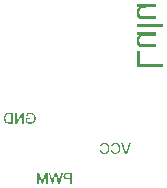
<source format=gbo>
%FSLAX33Y33*%
%MOMM*%
%LNbottom silkscreen_traces*%
%LNtext*%
G36*
G01*
X4342Y-0800D02*
X4694Y0109D01*
X4564Y0109D01*
X4328Y-0551D01*
X4314Y-0590D01*
X4302Y-0628D01*
X4290Y-0665D01*
X4280Y-0700D01*
X4269Y-0663D01*
X4257Y-0626D01*
X4245Y-0589D01*
X4231Y-0551D01*
X3986Y0109D01*
X3863Y0109D01*
X4219Y-0800D01*
X4342Y-0800D01*
X4342Y-0800D01*
X3106Y-0481D02*
X2986Y-0512D01*
X3009Y-0581D01*
X3039Y-0642D01*
X3077Y-0694D01*
X3122Y-0738D01*
X3174Y-0772D01*
X3231Y-0796D01*
X3294Y-0811D01*
X3362Y-0816D01*
X3432Y-0812D01*
X3496Y-0801D01*
X3552Y-0782D01*
X3601Y-0756D01*
X3645Y-0722D01*
X3683Y-0682D01*
X3715Y-0636D01*
X3742Y-0582D01*
X3763Y-0525D01*
X3778Y-0465D01*
X3787Y-0403D01*
X3790Y-0339D01*
X3786Y-0270D01*
X3776Y-0206D01*
X3759Y-0146D01*
X3735Y-0091D01*
X3705Y-0041D01*
X3670Y0002D01*
X3628Y0039D01*
X3581Y0070D01*
X3530Y0094D01*
X3476Y0111D01*
X3419Y0121D01*
X3361Y0125D01*
X3295Y0120D01*
X3235Y0107D01*
X3180Y0086D01*
X3131Y0055D01*
X3088Y0017D01*
X3052Y-0028D01*
X3023Y-0081D01*
X3001Y-0140D01*
X3120Y-0168D01*
X3138Y-0122D01*
X3159Y-0082D01*
X3183Y-0050D01*
X3212Y-0024D01*
X3244Y-0004D01*
X3280Y0010D01*
X3319Y0019D01*
X3363Y0022D01*
X3413Y0019D01*
X3459Y0009D01*
X3501Y-0007D01*
X3538Y-0029D01*
X3571Y-0056D01*
X3598Y-0087D01*
X3620Y-0123D01*
X3637Y-0163D01*
X3650Y-0206D01*
X3658Y-0249D01*
X3664Y-0293D01*
X3666Y-0338D01*
X3664Y-0394D01*
X3657Y-0447D01*
X3647Y-0495D01*
X3632Y-0540D01*
X3613Y-0581D01*
X3589Y-0616D01*
X3560Y-0646D01*
X3527Y-0670D01*
X3490Y-0688D01*
X3452Y-0702D01*
X3413Y-0710D01*
X3372Y-0713D01*
X3324Y-0709D01*
X3279Y-0698D01*
X3238Y-0680D01*
X3201Y-0654D01*
X3169Y-0622D01*
X3142Y-0582D01*
X3122Y-0535D01*
X3106Y-0481D01*
X3106Y-0481D01*
X2189Y-0481D02*
X2069Y-0512D01*
X2092Y-0581D01*
X2122Y-0642D01*
X2160Y-0694D01*
X2205Y-0738D01*
X2257Y-0772D01*
X2314Y-0796D01*
X2377Y-0811D01*
X2445Y-0816D01*
X2515Y-0812D01*
X2578Y-0801D01*
X2635Y-0782D01*
X2684Y-0756D01*
X2728Y-0722D01*
X2765Y-0682D01*
X2798Y-0636D01*
X2824Y-0582D01*
X2845Y-0525D01*
X2860Y-0465D01*
X2869Y-0403D01*
X2872Y-0339D01*
X2869Y-0270D01*
X2859Y-0206D01*
X2842Y-0146D01*
X2818Y-0091D01*
X2788Y-0041D01*
X2752Y0002D01*
X2711Y0039D01*
X2664Y0070D01*
X2612Y0094D01*
X2559Y0111D01*
X2502Y0121D01*
X2443Y0125D01*
X2378Y0120D01*
X2318Y0107D01*
X2263Y0086D01*
X2214Y0055D01*
X2171Y0017D01*
X2135Y-0028D01*
X2106Y-0081D01*
X2084Y-0140D01*
X2203Y-0168D01*
X2220Y-0122D01*
X2242Y-0082D01*
X2266Y-0050D01*
X2295Y-0024D01*
X2327Y-0004D01*
X2362Y0010D01*
X2402Y0019D01*
X2446Y0022D01*
X2496Y0019D01*
X2542Y0009D01*
X2584Y-0007D01*
X2621Y-0029D01*
X2654Y-0056D01*
X2681Y-0087D01*
X2703Y-0123D01*
X2720Y-0163D01*
X2732Y-0206D01*
X2741Y-0249D01*
X2747Y-0293D01*
X2748Y-0338D01*
X2746Y-0394D01*
X2740Y-0447D01*
X2729Y-0495D01*
X2715Y-0540D01*
X2695Y-0581D01*
X2671Y-0616D01*
X2643Y-0646D01*
X2610Y-0670D01*
X2573Y-0688D01*
X2535Y-0702D01*
X2496Y-0710D01*
X2455Y-0713D01*
X2407Y-0709D01*
X2362Y-0698D01*
X2321Y-0680D01*
X2284Y-0654D01*
X2252Y-0622D01*
X2225Y-0582D01*
X2204Y-0535D01*
X2189Y-0481D01*
X2189Y-0481D01*
X-3823Y2107D02*
X-3823Y2213D01*
X-4208Y2214D01*
X-4208Y1877D01*
X-4164Y1843D01*
X-4118Y1815D01*
X-4072Y1790D01*
X-4026Y1770D01*
X-3978Y1755D01*
X-3930Y1743D01*
X-3881Y1737D01*
X-3832Y1734D01*
X-3767Y1738D01*
X-3704Y1749D01*
X-3645Y1767D01*
X-3589Y1792D01*
X-3537Y1824D01*
X-3493Y1862D01*
X-3455Y1907D01*
X-3423Y1958D01*
X-3399Y2014D01*
X-3382Y2073D01*
X-3371Y2135D01*
X-3368Y2200D01*
X-3371Y2265D01*
X-3381Y2328D01*
X-3399Y2389D01*
X-3423Y2448D01*
X-3454Y2502D01*
X-3491Y2548D01*
X-3534Y2587D01*
X-3583Y2619D01*
X-3637Y2643D01*
X-3695Y2661D01*
X-3757Y2671D01*
X-3823Y2675D01*
X-3871Y2673D01*
X-3917Y2667D01*
X-3960Y2657D01*
X-4001Y2643D01*
X-4039Y2625D01*
X-4072Y2604D01*
X-4101Y2581D01*
X-4126Y2554D01*
X-4147Y2523D01*
X-4166Y2488D01*
X-4182Y2449D01*
X-4195Y2405D01*
X-4086Y2375D01*
X-4075Y2408D01*
X-4063Y2437D01*
X-4050Y2463D01*
X-4035Y2484D01*
X-4019Y2503D01*
X-3999Y2520D01*
X-3975Y2535D01*
X-3949Y2548D01*
X-3920Y2558D01*
X-3889Y2566D01*
X-3857Y2570D01*
X-3823Y2572D01*
X-3784Y2570D01*
X-3746Y2565D01*
X-3712Y2558D01*
X-3681Y2547D01*
X-3652Y2533D01*
X-3626Y2517D01*
X-3604Y2500D01*
X-3584Y2480D01*
X-3566Y2460D01*
X-3551Y2438D01*
X-3538Y2415D01*
X-3526Y2391D01*
X-3511Y2348D01*
X-3500Y2303D01*
X-3494Y2256D01*
X-3492Y2208D01*
X-3494Y2149D01*
X-3502Y2096D01*
X-3515Y2048D01*
X-3533Y2004D01*
X-3557Y1966D01*
X-3585Y1933D01*
X-3618Y1905D01*
X-3655Y1883D01*
X-3696Y1865D01*
X-3738Y1853D01*
X-3781Y1845D01*
X-3825Y1843D01*
X-3864Y1845D01*
X-3902Y1851D01*
X-3940Y1860D01*
X-3978Y1873D01*
X-4013Y1888D01*
X-4043Y1904D01*
X-4069Y1920D01*
X-4091Y1937D01*
X-4091Y2107D01*
X-3823Y2107D01*
X-3823Y2107D01*
X-4385Y1750D02*
X-4385Y2659D01*
X-4508Y2659D01*
X-4986Y1945D01*
X-4986Y2659D01*
X-5101Y2659D01*
X-5101Y1750D01*
X-4977Y1750D01*
X-4500Y2464D01*
X-4500Y1750D01*
X-4385Y1750D01*
X-4385Y1750D01*
X-5303Y1750D02*
X-5303Y2659D01*
X-5614Y2659D01*
X-5614Y2552D01*
X-5423Y2552D01*
X-5423Y1857D01*
X-5423Y1857D01*
X-5617Y1857D01*
X-5660Y1858D01*
X-5698Y1861D01*
X-5730Y1867D01*
X-5758Y1874D01*
X-5783Y1883D01*
X-5804Y1894D01*
X-5824Y1907D01*
X-5840Y1921D01*
X-5860Y1944D01*
X-5878Y1971D01*
X-5894Y2002D01*
X-5907Y2036D01*
X-5917Y2074D01*
X-5925Y2116D01*
X-5929Y2162D01*
X-5931Y2211D01*
X-5928Y2279D01*
X-5919Y2337D01*
X-5904Y2388D01*
X-5884Y2431D01*
X-5859Y2466D01*
X-5832Y2495D01*
X-5802Y2517D01*
X-5770Y2533D01*
X-5742Y2541D01*
X-5707Y2547D01*
X-5664Y2551D01*
X-5614Y2552D01*
X-5614Y2659D01*
X-5616Y2659D01*
X-5666Y2658D01*
X-5710Y2656D01*
X-5747Y2652D01*
X-5778Y2646D01*
X-5816Y2635D01*
X-5850Y2621D01*
X-5882Y2603D01*
X-5911Y2581D01*
X-5945Y2548D01*
X-5974Y2512D01*
X-5999Y2471D01*
X-6019Y2426D01*
X-6035Y2377D01*
X-6046Y2324D01*
X-6052Y2269D01*
X-6055Y2210D01*
X-6053Y2159D01*
X-6049Y2112D01*
X-6041Y2067D01*
X-6030Y2026D01*
X-6017Y1988D01*
X-6003Y1953D01*
X-5986Y1921D01*
X-5968Y1894D01*
X-5949Y1869D01*
X-5929Y1847D01*
X-5908Y1828D01*
X-5886Y1811D01*
X-5862Y1797D01*
X-5836Y1785D01*
X-5808Y1774D01*
X-5777Y1766D01*
X-5744Y1759D01*
X-5709Y1754D01*
X-5671Y1751D01*
X-5631Y1750D01*
X-5303Y1750D01*
X-5303Y1750D01*
X-0323Y-3325D02*
X-0323Y-2416D01*
X-0666Y-2416D01*
X-0708Y-2416D01*
X-0746Y-2418D01*
X-0778Y-2421D01*
X-0804Y-2425D01*
X-0836Y-2431D01*
X-0866Y-2441D01*
X-0892Y-2453D01*
X-0916Y-2467D01*
X-0938Y-2484D01*
X-0957Y-2505D01*
X-0974Y-2528D01*
X-0989Y-2555D01*
X-1001Y-2584D01*
X-1010Y-2614D01*
X-1015Y-2646D01*
X-1017Y-2679D01*
X-1012Y-2735D01*
X-0998Y-2786D01*
X-0975Y-2833D01*
X-0943Y-2875D01*
X-0899Y-2910D01*
X-0840Y-2935D01*
X-0765Y-2950D01*
X-0738Y-2952D01*
X-0732Y-2845D01*
X-0778Y-2837D01*
X-0815Y-2824D01*
X-0844Y-2805D01*
X-0865Y-2781D01*
X-0881Y-2752D01*
X-0890Y-2720D01*
X-0893Y-2683D01*
X-0891Y-2655D01*
X-0886Y-2630D01*
X-0877Y-2606D01*
X-0864Y-2585D01*
X-0848Y-2566D01*
X-0831Y-2551D01*
X-0810Y-2539D01*
X-0788Y-2531D01*
X-0770Y-2528D01*
X-0745Y-2525D01*
X-0714Y-2524D01*
X-0676Y-2523D01*
X-0443Y-2523D01*
X-0443Y-2848D01*
X-0443Y-2848D01*
X-0678Y-2848D01*
X-0732Y-2845D01*
X-0738Y-2952D01*
X-0676Y-2955D01*
X-0443Y-2955D01*
X-0443Y-3325D01*
X-0323Y-3325D01*
X-0323Y-3325D01*
X-1329Y-3325D02*
X-1088Y-2416D01*
X-1211Y-2416D01*
X-1349Y-3012D01*
X-1360Y-3059D01*
X-1370Y-3105D01*
X-1379Y-3152D01*
X-1388Y-3198D01*
X-1403Y-3133D01*
X-1415Y-3083D01*
X-1424Y-3049D01*
X-1429Y-3030D01*
X-1602Y-2416D01*
X-1747Y-2416D01*
X-1877Y-2876D01*
X-1900Y-2960D01*
X-1919Y-3042D01*
X-1935Y-3121D01*
X-1948Y-3198D01*
X-1957Y-3153D01*
X-1968Y-3105D01*
X-1980Y-3054D01*
X-1993Y-3000D01*
X-2136Y-2416D01*
X-2257Y-2416D01*
X-2007Y-3325D01*
X-1891Y-3325D01*
X-1700Y-2632D01*
X-1689Y-2593D01*
X-1680Y-2562D01*
X-1675Y-2540D01*
X-1671Y-2526D01*
X-1664Y-2556D01*
X-1657Y-2584D01*
X-1651Y-2609D01*
X-1644Y-2632D01*
X-1452Y-3325D01*
X-1329Y-3325D01*
X-1329Y-3325D01*
X-2365Y-3325D02*
X-2365Y-2416D01*
X-2546Y-2416D01*
X-2761Y-3060D01*
X-2775Y-3102D01*
X-2787Y-3138D01*
X-2797Y-3169D01*
X-2805Y-3194D01*
X-2814Y-3166D01*
X-2825Y-3133D01*
X-2838Y-3094D01*
X-2853Y-3048D01*
X-3071Y-2416D01*
X-3233Y-2416D01*
X-3233Y-3325D01*
X-3117Y-3325D01*
X-3117Y-2564D01*
X-2852Y-3325D01*
X-2744Y-3325D01*
X-2481Y-2551D01*
X-2481Y-3325D01*
X-2365Y-3325D01*
X-2365Y-3325D01*
X5207Y6526D02*
X7389Y6526D01*
X7389Y6814D01*
X5464Y6814D01*
X5464Y7889D01*
X5207Y7889D01*
X5207Y6526D01*
X5207Y6526D01*
X5207Y9234D02*
X5439Y9234D01*
X5322Y9134D01*
X5238Y9017D01*
X5188Y8883D01*
X5171Y8733D01*
X5175Y8664D01*
X5185Y8598D01*
X5201Y8533D01*
X5225Y8472D01*
X5253Y8415D01*
X5285Y8366D01*
X5321Y8325D01*
X5360Y8291D01*
X5402Y8264D01*
X5450Y8241D01*
X5502Y8223D01*
X5558Y8209D01*
X5603Y8202D01*
X5660Y8197D01*
X5728Y8194D01*
X5808Y8193D01*
X6788Y8193D01*
X6788Y8460D01*
X5911Y8460D01*
X5815Y8461D01*
X5735Y8465D01*
X5673Y8470D01*
X5628Y8477D01*
X5578Y8493D01*
X5534Y8516D01*
X5495Y8547D01*
X5462Y8584D01*
X5436Y8627D01*
X5417Y8675D01*
X5406Y8728D01*
X5402Y8786D01*
X5406Y8846D01*
X5417Y8903D01*
X5437Y8959D01*
X5464Y9013D01*
X5497Y9062D01*
X5537Y9103D01*
X5581Y9136D01*
X5632Y9162D01*
X5691Y9181D01*
X5762Y9195D01*
X5846Y9203D01*
X5941Y9206D01*
X6788Y9206D01*
X6788Y9474D01*
X5207Y9474D01*
X5207Y9234D01*
X5207Y9234D01*
X5207Y9888D02*
X7389Y9888D01*
X7389Y10156D01*
X5207Y10156D01*
X5207Y9888D01*
X5207Y9888D01*
X5207Y11607D02*
X5439Y11607D01*
X5322Y11506D01*
X5238Y11389D01*
X5188Y11255D01*
X5171Y11105D01*
X5175Y11036D01*
X5185Y10970D01*
X5201Y10906D01*
X5225Y10844D01*
X5253Y10787D01*
X5285Y10738D01*
X5321Y10697D01*
X5360Y10664D01*
X5402Y10637D01*
X5450Y10614D01*
X5502Y10595D01*
X5558Y10581D01*
X5603Y10574D01*
X5660Y10569D01*
X5728Y10566D01*
X5808Y10565D01*
X6788Y10565D01*
X6788Y10833D01*
X5911Y10833D01*
X5815Y10834D01*
X5735Y10837D01*
X5673Y10842D01*
X5628Y10849D01*
X5578Y10865D01*
X5534Y10888D01*
X5495Y10919D01*
X5462Y10956D01*
X5436Y11000D01*
X5417Y11048D01*
X5406Y11101D01*
X5402Y11159D01*
X5406Y11218D01*
X5417Y11275D01*
X5437Y11331D01*
X5464Y11385D01*
X5497Y11434D01*
X5537Y11475D01*
X5581Y11509D01*
X5632Y11534D01*
X5691Y11554D01*
X5762Y11567D01*
X5846Y11576D01*
X5941Y11578D01*
X6788Y11578D01*
X6788Y11846D01*
X5207Y11846D01*
X5207Y11607D01*
X5207Y11607D01*
G37*
M02*
</source>
